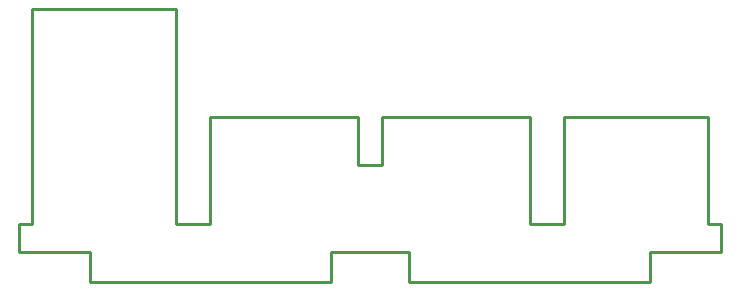
<source format=gm1>
G04*
G04 #@! TF.GenerationSoftware,Altium Limited,Altium Designer,21.0.8 (223)*
G04*
G04 Layer_Color=16711935*
%FSLAX25Y25*%
%MOIN*%
G70*
G04*
G04 #@! TF.SameCoordinates,8BDFEA7E-33B9-40F2-A198-A1E5764946FA*
G04*
G04*
G04 #@! TF.FilePolarity,Positive*
G04*
G01*
G75*
%ADD11C,0.01000*%
D11*
X-53347Y15748D02*
X-3937D01*
Y0D02*
X0D01*
X-3937D02*
Y15748D01*
X0Y0D02*
X3937D01*
Y15748D01*
X53347D01*
Y-19685D02*
Y15748D01*
Y-19685D02*
X64567D01*
Y15748D02*
X112598D01*
X64567Y-19685D02*
Y15748D01*
X112598Y-19685D02*
Y15748D01*
X-116929Y-19685D02*
X-112598D01*
X-116929Y-29134D02*
X-93307D01*
Y-38976D02*
Y-29134D01*
X-112598Y52024D02*
X-64567D01*
X-116929Y-29134D02*
Y-19685D01*
X-53347D02*
Y15748D01*
X-112598Y-19685D02*
Y52024D01*
X-64567Y-19685D02*
X-53347D01*
X-64567D02*
Y52024D01*
X-93307Y-38976D02*
X-12992D01*
X12992D02*
Y-29134D01*
X-12992Y-38976D02*
Y-29134D01*
X0D01*
X12992D01*
Y-38976D02*
X93307D01*
Y-29134D01*
X116929D01*
Y-19685D01*
X112598D02*
X116929D01*
M02*

</source>
